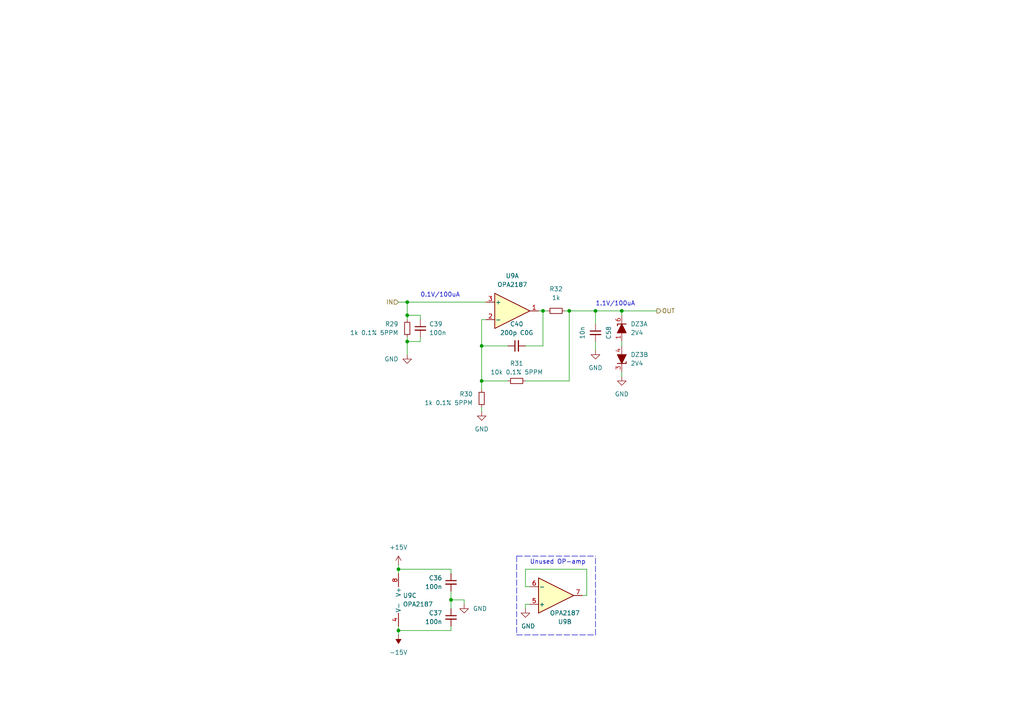
<source format=kicad_sch>
(kicad_sch (version 20230121) (generator eeschema)
  (paper "A4")
  (title_block (title "EuroMeasure Ion Gauge Controller") (date "2024-01-20") (rev "1.1.0"))
  (lib_symbols
    (symbol "Device:C_Small" (pin_numbers hide) (pin_names (offset 0.254) hide)
      (property "Reference" "C" (at 0.254 1.778 0))
      (property "Value" "C_Small" (at 0.254 -2.032 0))
      (symbol "C_Small_0_1"
        (polyline (pts (xy -1.524 -0.508) (xy 1.524 -0.508)) (stroke (width 0.3302)))
        (polyline (pts (xy -1.524 0.508) (xy 1.524 0.508)) (stroke (width 0.3048)))
      )
      (symbol "C_Small_1_1"
        (pin passive line (at 0 2.54 270) (length 2.032) (name "~") (number "1"))
        (pin passive line (at 0 -2.54 90) (length 2.032) (name "~") (number "2"))
      )
    )
    (symbol "Device:R_Small" (pin_numbers hide) (pin_names (offset 0.254) hide)
      (property "Reference" "R" (at 0.762 0.508 0))
      (property "Value" "R_Small" (at 0.762 -1.016 0))
      (symbol "R_Small_0_1"
        (rectangle (start -0.762 1.778) (end 0.762 -1.778) (stroke (width 0.2032)))
      )
      (symbol "R_Small_1_1"
        (pin passive line (at 0 2.54 270) (length 0.762) (name "~") (number "1"))
        (pin passive line (at 0 -2.54 90) (length 0.762) (name "~") (number "2"))
      )
    )
    (symbol "MEMS_Discrete-semiconductor:D_Zener_2V4_dual_MMBZ5221BS" (pin_names (offset 1.016) hide)
      (property "Reference" "DZ" (at 0 5.08 0))
      (property "Value" "2V4" (at 0 2.54 0))
      (symbol "D_Zener_2V4_dual_MMBZ5221BS_0_1"
        (polyline (pts (xy -1.27 0) (xy 1.27 0)))
        (polyline (pts (xy 1.27 -1.27) (xy 1.27 1.27)) (stroke (width 0.254)))
        (polyline (pts (xy 1.27 1.27) (xy 0.762 1.27)) (stroke (width 0.254)))
        (polyline (pts (xy -1.27 1.27) (xy -1.27 -1.27) (xy 1.27 0) (xy -1.27 1.27)) (stroke (width 0.254)) (fill (type outline)))
      )
      (symbol "D_Zener_2V4_dual_MMBZ5221BS_1_1"
        (pin passive line (at -3.81 0 0) (length 2.54) (name "A") (number "1"))
        (pin passive line (at 3.81 0 180) (length 2.54) (name "K") (number "6"))
      )
      (symbol "D_Zener_2V4_dual_MMBZ5221BS_2_1"
        (pin passive line (at 3.81 0 180) (length 2.54) (name "K") (number "3"))
        (pin passive line (at -3.81 0 0) (length 2.54) (name "A") (number "4"))
      )
    )
    (symbol "MEMS_IC:OPA2187IDR-SOIC8" (pin_names (offset 0.127))
      (property "Reference" "U" (at 0 5.08 0))
      (property "Value" "OPA2187" (at 0 -5.08 0))
      (symbol "OPA2187IDR-SOIC8_1_1"
        (polyline (pts (xy -5.08 5.08) (xy 5.08 0) (xy -5.08 -5.08) (xy -5.08 5.08)) (stroke (width 0.254)) (fill (type background)))
        (pin output line (at 7.62 0 180) (length 2.54) (name "~") (number "1"))
        (pin input line (at -7.62 -2.54 0) (length 2.54) (name "-") (number "2"))
        (pin input line (at -7.62 2.54 0) (length 2.54) (name "+") (number "3"))
      )
      (symbol "OPA2187IDR-SOIC8_2_1"
        (polyline (pts (xy -5.08 5.08) (xy 5.08 0) (xy -5.08 -5.08) (xy -5.08 5.08)) (stroke (width 0.254)) (fill (type background)))
        (pin input line (at -7.62 2.54 0) (length 2.54) (name "+") (number "5"))
        (pin input line (at -7.62 -2.54 0) (length 2.54) (name "-") (number "6"))
        (pin output line (at 7.62 0 180) (length 2.54) (name "~") (number "7"))
      )
      (symbol "OPA2187IDR-SOIC8_3_1"
        (pin power_in line (at -2.54 -7.62 90) (length 3.81) (name "V-") (number "4"))
        (pin power_in line (at -2.54 7.62 270) (length 3.81) (name "V+") (number "8"))
      )
    )
    (symbol "MEMS_Passive:R_0805_10k_0.1%_5PPM" (pin_numbers hide) (pin_names (offset 0.254) hide)
      (property "Reference" "R" (at 0.762 0.508 0))
      (property "Value" "10k 0.1% 5PPM" (at 0.762 -1.016 0))
      (symbol "R_0805_10k_0.1%_5PPM_0_1"
        (rectangle (start -0.762 1.778) (end 0.762 -1.778) (stroke (width 0.2032)))
      )
      (symbol "R_0805_10k_0.1%_5PPM_1_1"
        (pin passive line (at 0 2.54 270) (length 0.762) (name "~") (number "1"))
        (pin passive line (at 0 -2.54 90) (length 0.762) (name "~") (number "2"))
      )
    )
    (symbol "MEMS_Passive:R_0805_1k_0.1%_5PPM" (pin_numbers hide) (pin_names (offset 0.254) hide)
      (property "Reference" "R" (at 0.762 0.508 0))
      (property "Value" "1k 0.1% 5PPM" (at 0.762 -1.016 0))
      (symbol "R_0805_1k_0.1%_5PPM_0_1"
        (rectangle (start -0.762 1.778) (end 0.762 -1.778) (stroke (width 0.2032)))
      )
      (symbol "R_0805_1k_0.1%_5PPM_1_1"
        (pin passive line (at 0 2.54 270) (length 0.762) (name "~") (number "1"))
        (pin passive line (at 0 -2.54 90) (length 0.762) (name "~") (number "2"))
      )
    )
    (symbol "power:+15V" (power) (pin_names (offset 0))
      (property "Value" "+15V" (at 0 3.556 0))
      (symbol "+15V_0_1"
        (polyline (pts (xy -0.762 1.27) (xy 0 2.54)))
        (polyline (pts (xy 0 0) (xy 0 2.54)))
        (polyline (pts (xy 0 2.54) (xy 0.762 1.27)))
      )
      (symbol "+15V_1_1"
        (pin power_in line (at 0 0 90) (length 0) hide (name "+15V") (number "1"))
      )
    )
    (symbol "power:-15V" (power) (pin_names (offset 0))
      (property "Value" "-15V" (at 0 3.81 0))
      (symbol "-15V_0_0"
        (pin power_in line (at 0 0 90) (length 0) hide (name "-15V") (number "1"))
      )
      (symbol "-15V_0_1"
        (polyline (pts (xy 0 0) (xy 0 1.27) (xy 0.762 1.27) (xy 0 2.54) (xy -0.762 1.27) (xy 0 1.27)) (fill (type outline)))
      )
    )
    (symbol "power:GND" (power) (pin_names (offset 0))
      (property "Value" "GND" (at 0 -3.81 0))
      (symbol "GND_0_1"
        (polyline (pts (xy 0 0) (xy 0 -1.27) (xy 1.27 -1.27) (xy 0 -2.54) (xy -1.27 -1.27) (xy 0 -1.27)))
      )
      (symbol "GND_1_1"
        (pin power_in line (at 0 0 270) (length 0) hide (name "GND") (number "1"))
      )
    )
  )
  (junction (at 118.11 91.44))
  (junction (at 139.7 110.49))
  (junction (at 118.11 87.63))
  (junction (at 118.11 99.06))
  (junction (at 115.57 165.1))
  (junction (at 157.48 90.17))
  (junction (at 180.34 90.17))
  (junction (at 172.72 90.17))
  (junction (at 139.7 100.33))
  (junction (at 115.57 182.88))
  (junction (at 130.81 173.99))
  (junction (at 165.1 90.17))
  (wire (pts (xy 172.72 90.17) (xy 172.72 93.98)))
  (wire (pts (xy 152.4 170.18) (xy 152.4 165.1)))
  (polyline (pts (xy 172.72 184.15) (xy 172.72 161.29)) (stroke (width 0) (type dash)))
  (wire (pts (xy 156.21 90.17) (xy 157.48 90.17)))
  (wire (pts (xy 152.4 175.26) (xy 153.67 175.26)))
  (wire (pts (xy 134.62 173.99) (xy 130.81 173.99)))
  (wire (pts (xy 152.4 165.1) (xy 170.18 165.1)))
  (polyline (pts (xy 149.86 184.15) (xy 172.72 184.15)) (stroke (width 0) (type dash)))
  (wire (pts (xy 157.48 100.33) (xy 157.48 90.17)))
  (wire (pts (xy 180.34 90.17) (xy 180.34 91.44)))
  (wire (pts (xy 115.57 163.83) (xy 115.57 165.1)))
  (wire (pts (xy 170.18 165.1) (xy 170.18 172.72)))
  (wire (pts (xy 139.7 110.49) (xy 139.7 113.03)))
  (wire (pts (xy 172.72 99.06) (xy 172.72 101.6)))
  (wire (pts (xy 118.11 91.44) (xy 121.92 91.44)))
  (wire (pts (xy 115.57 181.61) (xy 115.57 182.88)))
  (wire (pts (xy 130.81 165.1) (xy 115.57 165.1)))
  (wire (pts (xy 172.72 90.17) (xy 180.34 90.17)))
  (wire (pts (xy 139.7 92.71) (xy 139.7 100.33)))
  (wire (pts (xy 130.81 182.88) (xy 130.81 181.61)))
  (wire (pts (xy 165.1 90.17) (xy 163.83 90.17)))
  (wire (pts (xy 139.7 100.33) (xy 139.7 110.49)))
  (wire (pts (xy 180.34 99.06) (xy 180.34 100.33)))
  (wire (pts (xy 139.7 100.33) (xy 147.32 100.33)))
  (wire (pts (xy 130.81 166.37) (xy 130.81 165.1)))
  (wire (pts (xy 180.34 107.95) (xy 180.34 109.22)))
  (wire (pts (xy 170.18 172.72) (xy 168.91 172.72)))
  (wire (pts (xy 115.57 182.88) (xy 130.81 182.88)))
  (polyline (pts (xy 149.86 161.29) (xy 172.72 161.29)) (stroke (width 0) (type dash)))
  (wire (pts (xy 147.32 110.49) (xy 139.7 110.49)))
  (wire (pts (xy 153.67 170.18) (xy 152.4 170.18)))
  (wire (pts (xy 121.92 99.06) (xy 118.11 99.06)))
  (wire (pts (xy 165.1 90.17) (xy 165.1 110.49)))
  (wire (pts (xy 152.4 110.49) (xy 165.1 110.49)))
  (wire (pts (xy 157.48 90.17) (xy 158.75 90.17)))
  (wire (pts (xy 152.4 100.33) (xy 157.48 100.33)))
  (wire (pts (xy 130.81 173.99) (xy 130.81 176.53)))
  (wire (pts (xy 118.11 99.06) (xy 118.11 102.87)))
  (wire (pts (xy 139.7 92.71) (xy 140.97 92.71)))
  (wire (pts (xy 115.57 165.1) (xy 115.57 166.37)))
  (wire (pts (xy 118.11 87.63) (xy 140.97 87.63)))
  (wire (pts (xy 152.4 176.53) (xy 152.4 175.26)))
  (wire (pts (xy 118.11 97.79) (xy 118.11 99.06)))
  (wire (pts (xy 121.92 97.79) (xy 121.92 99.06)))
  (wire (pts (xy 118.11 87.63) (xy 118.11 91.44)))
  (wire (pts (xy 115.57 182.88) (xy 115.57 184.15)))
  (wire (pts (xy 115.57 87.63) (xy 118.11 87.63)))
  (wire (pts (xy 118.11 91.44) (xy 118.11 92.71)))
  (wire (pts (xy 134.62 175.26) (xy 134.62 173.99)))
  (wire (pts (xy 165.1 90.17) (xy 172.72 90.17)))
  (wire (pts (xy 139.7 118.11) (xy 139.7 119.38)))
  (wire (pts (xy 130.81 171.45) (xy 130.81 173.99)))
  (wire (pts (xy 180.34 90.17) (xy 190.5 90.17)))
  (wire (pts (xy 121.92 92.71) (xy 121.92 91.44)))
  (polyline (pts (xy 149.86 161.29) (xy 149.86 184.15)) (stroke (width 0) (type dash)))
  (text "1.1V/100uA" (at 172.72 88.9 0) (effects (font (size 1.27 1.27)) (justify left bottom)))
  (text "Unused OP-amp" (at 153.67 163.83 0) (effects (font (size 1.27 1.27)) (justify left bottom)))
  (text "0.1V/100uA" (at 121.92 86.36 0) (effects (font (size 1.27 1.27)) (justify left bottom)))
  (hierarchical_label "OUT" (shape output) (at 190.5 90.17 0))
  (hierarchical_label "IN" (shape input) (at 115.57 87.63 180))
  (symbol (lib_id "Device:C_Small") (at 149.86 100.33 90) (unit 1)
    (property "Reference" "C40" (at 149.8663 93.98 90))
    (property "Value" "200p C0G" (at 149.8663 96.52 90))
    (property "Footprint" "Capacitor_SMD:C_0805_2012Metric_Pad1.18x1.45mm_HandSolder" (effects hide))
  )
  (symbol (lib_id "Device:C_Small") (at 121.92 95.25 0) (unit 1)
    (property "Reference" "C39" (at 124.46 93.9863 0) (effects (justify left)))
    (property "Value" "100n" (at 124.46 96.5263 0) (effects (justify left)))
    (property "Footprint" "Capacitor_SMD:C_0805_2012Metric_Pad1.18x1.45mm_HandSolder" (effects hide))
  )
  (symbol (lib_id "Device:R_Small") (at 161.29 90.17 90) (unit 1)
    (property "Reference" "R32" (at 161.29 83.82 90))
    (property "Value" "1k" (at 161.29 86.36 90))
    (property "Footprint" "Resistor_SMD:R_0805_2012Metric" (effects hide))
  )
  (symbol (lib_id "MEMS_IC:OPA2187IDR-SOIC8") (at 118.11 173.99 0) (unit 3)
    (property "Reference" "U9" (at 116.84 172.72 0) (effects (justify left)))
    (property "Value" "OPA2187" (at 116.84 175.26 0) (effects (justify left)))
    (property "Footprint" "Package_SO:SOIC-8_3.9x4.9mm_P1.27mm" (effects hide))
    (property "Datasheet" "https://www.ti.com/lit/ds/symlink/opa4187.pdf" (effects hide))
    (property "MPN" "OPA2187IDR" (effects hide))
    (property "Mouser" "595-OPA2187IDR" (effects hide))
  )
  (symbol (lib_id "power:GND") (at 180.34 109.22 0) (mirror y) (unit 1)
    (property "Reference" "#PWR084" (effects hide))
    (property "Value" "GND" (at 180.34 114.3 0))
  )
  (symbol (lib_id "MEMS_Passive:R_0805_10k_0.1%_5PPM") (at 149.86 110.49 90) (mirror x) (unit 1)
    (property "Reference" "R31" (at 149.86 105.41 90))
    (property "Value" "10k 0.1% 5PPM" (at 149.86 107.95 90))
    (property "Footprint" "Resistor_SMD:R_0805_2012Metric_Pad1.20x1.40mm_HandSolder" (effects hide))
    (property "Datasheet" "https://www.mouser.pl/datasheet/2/414/TTRB_S_A0010186342_1-2565648.pdf" (effects hide))
    (property "MPN" "PCF0805-13-10KBT1" (effects hide))
    (property "Mouser" "756-PCF08051310KBT1" (effects hide))
  )
  (symbol (lib_id "power:-15V") (at 115.57 184.15 180) (unit 1)
    (property "Reference" "#PWR054" (effects hide))
    (property "Value" "-15V" (at 115.57 189.23 0))
  )
  (symbol (lib_id "power:GND") (at 139.7 119.38 0) (mirror y) (unit 1)
    (property "Reference" "#PWR082" (effects hide))
    (property "Value" "GND" (at 139.7 124.46 0))
  )
  (symbol (lib_id "Device:C_Small") (at 130.81 179.07 0) (unit 1)
    (property "Reference" "C37" (at 128.27 177.8063 0) (effects (justify right)))
    (property "Value" "100n" (at 128.27 180.3463 0) (effects (justify right)))
    (property "Footprint" "Capacitor_SMD:C_0805_2012Metric_Pad1.18x1.45mm_HandSolder" (effects hide))
  )
  (symbol (lib_id "MEMS_Discrete-semiconductor:D_Zener_2V4_dual_MMBZ5221BS") (at 180.34 95.25 90) (unit 1)
    (property "Reference" "DZ3" (at 182.88 93.98 90) (effects (justify right)))
    (property "Value" "2V4" (at 182.88 96.52 90) (effects (justify right)))
    (property "Footprint" "Package_TO_SOT_SMD:SOT-363_SC-70-6_Handsoldering" (effects hide))
    (property "Datasheet" "https://www.mouser.pl/datasheet/2/115/DIODS09919_1-2541805.pdf" (effects hide))
    (property "Mouser" "621-MMBZ5221BS-F" (effects hide))
    (property "MPN" "MMBZ5221BS-7-F" (effects hide))
  )
  (symbol (lib_id "power:+15V") (at 115.57 163.83 0) (unit 1)
    (property "Reference" "#PWR014" (effects hide))
    (property "Value" "+15V" (at 115.57 158.75 0))
  )
  (symbol (lib_id "MEMS_IC:OPA2187IDR-SOIC8") (at 161.29 172.72 0) (mirror x) (unit 2)
    (property "Reference" "U9" (at 163.83 180.34 0))
    (property "Value" "OPA2187" (at 163.83 177.8 0))
    (property "Footprint" "Package_SO:SOIC-8_3.9x4.9mm_P1.27mm" (effects hide))
    (property "Datasheet" "https://www.ti.com/lit/ds/symlink/opa4187.pdf" (effects hide))
    (property "MPN" "OPA2187IDR" (effects hide))
    (property "Mouser" "595-OPA2187IDR" (effects hide))
  )
  (symbol (lib_id "power:GND") (at 118.11 102.87 0) (mirror y) (unit 1)
    (property "Reference" "#PWR081" (effects hide))
    (property "Value" "GND" (at 115.57 104.14 0) (effects (justify left)))
  )
  (symbol (lib_id "Device:C_Small") (at 130.81 168.91 0) (mirror y) (unit 1)
    (property "Reference" "C36" (at 128.27 167.6463 0) (effects (justify left)))
    (property "Value" "100n" (at 128.27 170.1863 0) (effects (justify left)))
    (property "Footprint" "Capacitor_SMD:C_0805_2012Metric_Pad1.18x1.45mm_HandSolder" (effects hide))
  )
  (symbol (lib_id "power:GND") (at 172.72 101.6 0) (mirror y) (unit 1)
    (property "Reference" "#PWR083" (effects hide))
    (property "Value" "GND" (at 172.72 106.68 0))
  )
  (symbol (lib_id "power:GND") (at 134.62 175.26 0) (mirror y) (unit 1)
    (property "Reference" "#PWR061" (effects hide))
    (property "Value" "GND" (at 137.16 176.53 0) (effects (justify right)))
  )
  (symbol (lib_id "Device:C_Small") (at 172.72 96.52 0) (unit 1)
    (property "Reference" "C58" (at 176.53 96.52 90))
    (property "Value" "10n" (at 168.91 96.52 90))
    (property "Footprint" "Capacitor_SMD:C_0805_2012Metric_Pad1.18x1.45mm_HandSolder" (effects hide))
  )
  (symbol (lib_id "MEMS_IC:OPA2187IDR-SOIC8") (at 148.59 90.17 0) (unit 1)
    (property "Reference" "U9" (at 148.59 80.01 0))
    (property "Value" "OPA2187" (at 148.59 82.55 0))
    (property "Footprint" "Package_SO:SOIC-8_3.9x4.9mm_P1.27mm" (effects hide))
    (property "Datasheet" "https://www.ti.com/lit/ds/symlink/opa4187.pdf" (effects hide))
    (property "MPN" "OPA2187IDR" (effects hide))
    (property "Mouser" "595-OPA2187IDR" (effects hide))
  )
  (symbol (lib_id "MEMS_Discrete-semiconductor:D_Zener_2V4_dual_MMBZ5221BS") (at 180.34 104.14 270) (unit 2)
    (property "Reference" "DZ3" (at 182.88 102.87 90) (effects (justify left)))
    (property "Value" "2V4" (at 182.88 105.41 90) (effects (justify left)))
    (property "Footprint" "Package_TO_SOT_SMD:SOT-363_SC-70-6_Handsoldering" (effects hide))
    (property "Datasheet" "https://www.mouser.pl/datasheet/2/115/DIODS09919_1-2541805.pdf" (effects hide))
    (property "Mouser" "621-MMBZ5221BS-F" (effects hide))
    (property "MPN" "MMBZ5221BS-7-F" (effects hide))
  )
  (symbol (lib_id "power:GND") (at 152.4 176.53 0) (mirror y) (unit 1)
    (property "Reference" "#PWR065" (effects hide))
    (property "Value" "GND" (at 151.13 181.61 0) (effects (justify right)))
  )
  (symbol (lib_id "MEMS_Passive:R_0805_1k_0.1%_5PPM") (at 139.7 115.57 0) (unit 1)
    (property "Reference" "R30" (at 137.16 114.3 0) (effects (justify right)))
    (property "Value" "1k 0.1% 5PPM" (at 137.16 116.84 0) (effects (justify right)))
    (property "Footprint" "Resistor_SMD:R_0805_2012Metric_Pad1.20x1.40mm_HandSolder" (effects hide))
    (property "Datasheet" "https://www.mouser.pl/datasheet/2/414/TTRB_S_A0010186342_1-2565648.pdf" (effects hide))
    (property "MPN" "PCF0805-13-1K0BT1" (effects hide))
    (property "Mouser" "756-PCF0805131K0BT1" (effects hide))
  )
  (symbol (lib_id "MEMS_Passive:R_0805_1k_0.1%_5PPM") (at 118.11 95.25 0) (unit 1)
    (property "Reference" "R29" (at 115.57 93.98 0) (effects (justify right)))
    (property "Value" "1k 0.1% 5PPM" (at 115.57 96.52 0) (effects (justify right)))
    (property "Footprint" "Resistor_SMD:R_0805_2012Metric_Pad1.20x1.40mm_HandSolder" (effects hide))
    (property "Datasheet" "https://www.mouser.pl/datasheet/2/414/TTRB_S_A0010186342_1-2565648.pdf" (effects hide))
    (property "MPN" "PCF0805-13-1K0BT1" (effects hide))
    (property "Mouser" "756-PCF0805131K0BT1" (effects hide))
  )
)
</source>
